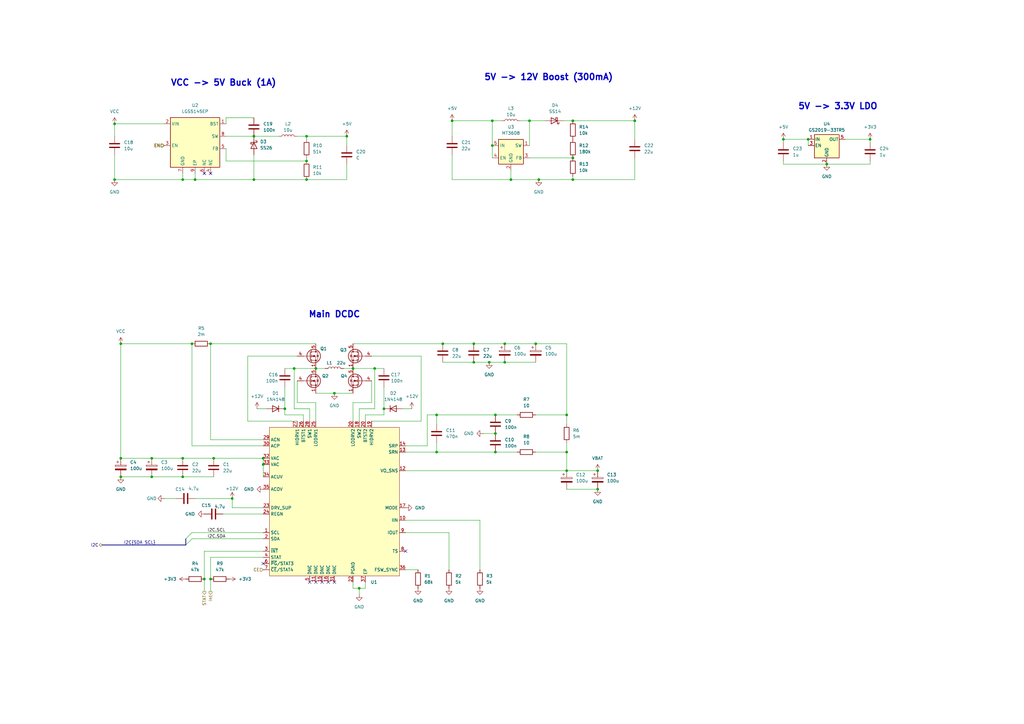
<source format=kicad_sch>
(kicad_sch (version 20250114) (generator "eeschema") (generator_version "9.0")
  (paper "A3")
  (lib_symbols
    (symbol "DCDC_custom:BQ25758"
      (property "Reference" "U" (at -0.254 31.75 0))
      (symbol "BQ25758_1_1"
        (rectangle (start -26.67 30.48) (end 26.67 -30.48) (fill (type background)))
        (pin input line (at -29.21 25.4 0) (length 2.54) (name "ACN") (number "29"))
        (pin input line (at -29.21 22.86 0) (length 2.54) (name "ACP") (number "30"))
        (pin power_in line (at -29.21 17.78 0) (length 2.54) (name "VAC") (number "32"))
        (pin power_in line (at -29.21 15.24 0) (length 2.54) (name "VAC") (number "33"))
        (pin input line (at -29.21 10.16 0) (length 2.54) (name "ACUV") (number "34"))
        (pin input line (at -29.21 5.08 0) (length 2.54) (name "ACOV") (number "35"))
        (pin power_in line (at -29.21 -2.54 0) (length 2.54) (name "DRV_SUP") (number "23"))
        (pin power_out line (at -29.21 -5.08 0) (length 2.54) (name "REGN") (number "24"))
        (pin input line (at -29.21 -12.7 0) (length 2.54) (name "SCL") (number "1"))
        (pin bidirectional line (at -29.21 -15.24 0) (length 2.54) (name "SDA") (number "2"))
        (pin open_collector line (at -29.21 -20.32 0) (length 2.54) (name "~{INT}") (number "3"))
        (pin open_collector line (at -29.21 -22.86 0) (length 2.54) (name "STAT") (number "4"))
        (pin open_collector line (at -29.21 -25.4 0) (length 2.54) (name "~{PG}/STAT3") (number "6"))
        (pin bidirectional line (at -29.21 -27.94 0) (length 2.54) (name "~{CE}/STAT4") (number "7"))
        (pin output line (at -15.24 33.02 270) (length 2.54) (name "HIDRV1") (number "27"))
        (pin power_in line (at -12.7 33.02 270) (length 2.54) (name "BTST1") (number "26"))
        (pin input line (at -10.16 33.02 270) (length 2.54) (name "SW1") (number "28"))
        (pin unspecified line (at -10.16 -33.02 90) (length 2.54) (name "DNC") (number "5"))
        (pin output line (at -7.62 33.02 270) (length 2.54) (name "LODRV1") (number "25"))
        (pin unspecified line (at -7.62 -33.02 90) (length 2.54) (name "DNC") (number "11"))
        (pin unspecified line (at -5.08 -33.02 90) (length 2.54) (name "DNC") (number "15"))
        (pin unspecified line (at -2.54 -33.02 90) (length 2.54) (name "DNC") (number "16"))
        (pin unspecified line (at 0 -33.02 90) (length 2.54) (name "DNC") (number "31"))
        (pin output line (at 7.62 33.02 270) (length 2.54) (name "LODRV2") (number "20"))
        (pin power_in line (at 7.62 -33.02 90) (length 2.54) (name "PGND") (number "22"))
        (pin input line (at 10.16 33.02 270) (length 2.54) (name "SW2") (number "18"))
        (pin power_in line (at 12.7 33.02 270) (length 2.54) (name "BTST2") (number "20"))
        (pin unspecified line (at 12.7 -33.02 90) (length 2.54) (name "EP") (number "37"))
        (pin output line (at 15.24 33.02 270) (length 2.54) (name "HIDRV2") (number "19"))
        (pin input line (at 29.21 22.86 180) (length 2.54) (name "SRP") (number "14"))
        (pin input line (at 29.21 20.32 180) (length 2.54) (name "SRN") (number "13"))
        (pin input line (at 29.21 12.7 180) (length 2.54) (name "VO_SNS") (number "12"))
        (pin input line (at 29.21 -2.54 180) (length 2.54) (name "MODE") (number "17"))
        (pin bidirectional line (at 29.21 -7.62 180) (length 2.54) (name "IIN") (number "10"))
        (pin bidirectional line (at 29.21 -12.7 180) (length 2.54) (name "IOUT") (number "9"))
        (pin input line (at 29.21 -20.32 180) (length 2.54) (name "TS") (number "8"))
        (pin input line (at 29.21 -27.94 180) (length 2.54) (name "FSW_SYNC") (number "36"))
      )
    )
    (symbol "Device:C" (pin_numbers (hide yes)) (pin_names (offset 0.254))
      (property "Reference" "C" (at 0.635 2.54 0))
      (property "Value" "C" (at 0.635 -2.54 0))
      (symbol "C_0_1"
        (polyline (pts (xy -2.032 0.762) (xy 2.032 0.762)) (stroke (width 0.508)))
        (polyline (pts (xy -2.032 -0.762) (xy 2.032 -0.762)) (stroke (width 0.508)))
      )
      (symbol "C_1_1"
        (pin passive line (at 0 3.81 270) (length 2.794) (name "~") (number "1"))
        (pin passive line (at 0 -3.81 90) (length 2.794) (name "~") (number "2"))
      )
    )
    (symbol "Device:C_Polarized" (pin_numbers (hide yes)) (pin_names (offset 0.254))
      (property "Reference" "C" (at 0.635 2.54 0))
      (property "Value" "C_Polarized" (at 0.635 -2.54 0))
      (symbol "C_Polarized_0_1"
        (rectangle (start -2.286 0.508) (end 2.286 1.016))
        (polyline (pts (xy -1.778 2.286) (xy -0.762 2.286)))
        (polyline (pts (xy -1.27 2.794) (xy -1.27 1.778)))
        (rectangle (start 2.286 -0.508) (end -2.286 -1.016) (fill (type outline)))
      )
      (symbol "C_Polarized_1_1"
        (pin passive line (at 0 3.81 270) (length 2.794) (name "~") (number "1"))
        (pin passive line (at 0 -3.81 90) (length 2.794) (name "~") (number "2"))
      )
    )
    (symbol "Device:L" (pin_numbers (hide yes)) (pin_names (offset 1.016) (hide yes))
      (property "Reference" "L" (at -1.27 0 90))
      (property "Value" "L" (at 1.905 0 90))
      (symbol "L_0_1"
        (arc (start 0 2.54) (mid 0.6323 1.905) (end 0 1.27))
        (arc (start 0 1.27) (mid 0.6323 0.635) (end 0 0))
        (arc (start 0 0) (mid 0.6323 -0.635) (end 0 -1.27))
        (arc (start 0 -1.27) (mid 0.6323 -1.905) (end 0 -2.54))
      )
      (symbol "L_1_1"
        (pin passive line (at 0 3.81 270) (length 1.27) (name "1") (number "1"))
        (pin passive line (at 0 -3.81 90) (length 1.27) (name "2") (number "2"))
      )
    )
    (symbol "Device:R" (pin_numbers (hide yes)) (pin_names (offset 0))
      (property "Reference" "R" (at 2.032 0 90))
      (property "Value" "R" (at 0 0 90))
      (symbol "R_0_1"
        (rectangle (start -1.016 -2.54) (end 1.016 2.54) (stroke (width 0.254)))
      )
      (symbol "R_1_1"
        (pin passive line (at 0 3.81 270) (length 1.27) (name "~") (number "1"))
        (pin passive line (at 0 -3.81 90) (length 1.27) (name "~") (number "2"))
      )
    )
    (symbol "Diode:1N4148" (pin_numbers (hide yes)) (pin_names (hide yes))
      (property "Reference" "D" (at 0 2.54 0))
      (property "Value" "1N4148" (at 0 -2.54 0))
      (symbol "1N4148_0_1"
        (polyline (pts (xy -1.27 1.27) (xy -1.27 -1.27)) (stroke (width 0.254)))
        (polyline (pts (xy 1.27 1.27) (xy 1.27 -1.27) (xy -1.27 0) (xy 1.27 1.27)) (stroke (width 0.254)))
        (polyline (pts (xy 1.27 0) (xy -1.27 0)))
      )
      (symbol "1N4148_1_1"
        (pin passive line (at -3.81 0 0) (length 2.54) (name "K") (number "1"))
        (pin passive line (at 3.81 0 180) (length 2.54) (name "A") (number "2"))
      )
    )
    (symbol "Diode:SS14" (pin_numbers (hide yes)) (pin_names (offset 1.016) (hide yes))
      (property "Reference" "D" (at 0 2.54 0))
      (property "Value" "SS14" (at 0 -2.54 0))
      (symbol "SS14_0_1"
        (polyline (pts (xy -1.905 0.635) (xy -1.905 1.27) (xy -1.27 1.27) (xy -1.27 -1.27) (xy -0.635 -1.27) (xy -0.635 -0.635)) (stroke (width 0.254)))
        (polyline (pts (xy 1.27 1.27) (xy 1.27 -1.27) (xy -1.27 0) (xy 1.27 1.27)) (stroke (width 0.254)))
        (polyline (pts (xy 1.27 0) (xy -1.27 0)))
      )
      (symbol "SS14_1_1"
        (pin passive line (at -3.81 0 0) (length 2.54) (name "K") (number "1"))
        (pin passive line (at 3.81 0 180) (length 2.54) (name "A") (number "2"))
      )
    )
    (symbol "Diode:SS26" (pin_numbers (hide yes)) (pin_names (offset 1.016) (hide yes))
      (property "Reference" "D" (at 0 2.54 0))
      (property "Value" "SS26" (at 0 -2.54 0))
      (symbol "SS26_0_1"
        (polyline (pts (xy -1.905 0.635) (xy -1.905 1.27) (xy -1.27 1.27) (xy -1.27 -1.27) (xy -0.635 -1.27) (xy -0.635 -0.635)) (stroke (width 0.254)))
        (polyline (pts (xy 1.27 1.27) (xy 1.27 -1.27) (xy -1.27 0) (xy 1.27 1.27)) (stroke (width 0.254)))
        (polyline (pts (xy 1.27 0) (xy -1.27 0)))
      )
      (symbol "SS26_1_1"
        (pin passive line (at -3.81 0 0) (length 2.54) (name "K") (number "1"))
        (pin passive line (at 3.81 0 180) (length 2.54) (name "A") (number "2"))
      )
    )
    (symbol "Regulator_Linear:TLV71209_SOT23-5" (pin_names (offset 0.254))
      (property "Reference" "U" (at -3.81 5.715 0))
      (property "Value" "TLV71209_SOT23-5" (at 0 5.715 0))
      (symbol "TLV71209_SOT23-5_0_1"
        (rectangle (start -5.08 4.445) (end 5.08 -5.08) (stroke (width 0.254)) (fill (type background)))
      )
      (symbol "TLV71209_SOT23-5_1_1"
        (pin power_in line (at -7.62 2.54 0) (length 2.54) (name "IN") (number "1"))
        (pin input line (at -7.62 0 0) (length 2.54) (name "EN") (number "3"))
        (pin power_in line (at 0 -7.62 90) (length 2.54) (name "GND") (number "2"))
        (pin no_connect line (at 5.08 0 180) (length 2.54) (hide yes) (name "NC") (number "4"))
        (pin power_out line (at 7.62 2.54 180) (length 2.54) (name "OUT") (number "5"))
      )
    )
    (symbol "Regulator_Switching:LM5164DDA"
      (property "Reference" "U2" (at 0 15.24 0))
      (property "Value" "LGS5145EP" (at 0 12.7 0))
      (symbol "LM5164DDA_1_1"
        (rectangle (start -10.16 10.16) (end 10.16 -10.16) (stroke (width 0.254)) (fill (type background)))
        (pin power_in line (at -12.7 7.62 0) (length 2.54) (name "VIN") (number "2"))
        (pin input line (at -12.7 -1.27 0) (length 2.54) (name "EN") (number "3"))
        (pin power_in line (at -5.08 -12.7 90) (length 2.54) (name "GND") (number "7"))
        (pin passive line (at 0 -12.7 90) (length 2.54) (name "EP") (number "9"))
        (pin no_connect line (at 3.81 -12.7 90) (length 2.54) (name "NC") (number "6"))
        (pin no_connect line (at 6.35 -12.7 90) (length 2.54) (name "NC") (number "4"))
        (pin passive line (at 12.7 7.62 180) (length 2.54) (name "BST") (number "1"))
        (pin power_out line (at 12.7 2.54 180) (length 2.54) (name "SW") (number "8"))
        (pin input line (at 12.7 -2.54 180) (length 2.54) (name "FB") (number "5"))
      )
    )
    (symbol "Regulator_Switching:MT3608"
      (property "Reference" "U" (at -2.54 8.89 0))
      (property "Value" "MT3608" (at -3.81 6.35 0))
      (symbol "MT3608_0_1"
        (rectangle (start -5.08 5.08) (end 5.08 -5.08) (stroke (width 0.254)) (fill (type background)))
      )
      (symbol "MT3608_1_1"
        (pin power_in line (at -7.62 2.54 0) (length 2.54) (name "IN") (number "5"))
        (pin input line (at -7.62 -2.54 0) (length 2.54) (name "EN") (number "4"))
        (pin power_in line (at 0 -7.62 90) (length 2.54) (name "GND") (number "2"))
        (pin no_connect line (at 5.08 0 180) (length 2.54) (hide yes) (name "NC") (number "6"))
        (pin passive line (at 7.62 2.54 180) (length 2.54) (name "SW") (number "1"))
        (pin input line (at 7.62 -2.54 180) (length 2.54) (name "FB") (number "3"))
      )
    )
    (symbol "Transistor_FET:CSD18533Q5A" (pin_names (hide yes))
      (property "Reference" "Q" (at 5.08 1.905 0))
      (property "Value" "CSD18533Q5A" (at 5.08 0 0))
      (symbol "CSD18533Q5A_0_1"
        (polyline (pts (xy 0.254 1.905) (xy 0.254 -1.905)) (stroke (width 0.254)))
        (polyline (pts (xy 0.254 0) (xy -2.54 0)))
        (polyline (pts (xy 0.762 2.286) (xy 0.762 1.27)) (stroke (width 0.254)))
        (polyline (pts (xy 0.762 0.508) (xy 0.762 -0.508)) (stroke (width 0.254)))
        (polyline (pts (xy 0.762 -1.27) (xy 0.762 -2.286)) (stroke (width 0.254)))
        (polyline (pts (xy 0.762 -1.778) (xy 3.302 -1.778) (xy 3.302 1.778) (xy 0.762 1.778)))
        (polyline (pts (xy 1.016 0) (xy 2.032 0.381) (xy 2.032 -0.381) (xy 1.016 0)) (fill (type outline)))
        (circle (center 1.651 0) (radius 2.794) (stroke (width 0.254)))
        (polyline (pts (xy 2.54 2.54) (xy 2.54 1.778)))
        (circle (center 2.54 1.778) (radius 0.254) (fill (type outline)))
        (circle (center 2.54 -1.778) (radius 0.254) (fill (type outline)))
        (polyline (pts (xy 2.54 -2.54) (xy 2.54 0) (xy 0.762 0)))
        (polyline (pts (xy 2.794 0.508) (xy 2.921 0.381) (xy 3.683 0.381) (xy 3.81 0.254)))
        (polyline (pts (xy 3.302 0.381) (xy 2.921 -0.254) (xy 3.683 -0.254) (xy 3.302 0.381)))
      )
      (symbol "CSD18533Q5A_1_1"
        (pin passive line (at -5.08 0 0) (length 2.54) (name "G") (number "4"))
        (pin passive line (at 2.54 5.08 270) (length 2.54) (name "D") (number "5"))
        (pin passive line (at 2.54 -5.08 90) (length 2.54) (name "S") (number "1"))
        (pin passive line (at 2.54 -5.08 90) (length 2.54) (hide yes) (name "S") (number "2"))
        (pin passive line (at 2.54 -5.08 90) (length 2.54) (hide yes) (name "S") (number "3"))
      )
    )
    (symbol "power:+12V" (power) (pin_numbers (hide yes)) (pin_names (offset 0) (hide yes))
      (property "Value" "+12V" (at 0 3.556 0))
      (symbol "+12V_0_1"
        (polyline (pts (xy -0.762 1.27) (xy 0 2.54)))
        (polyline (pts (xy 0 2.54) (xy 0.762 1.27)))
        (polyline (pts (xy 0 0) (xy 0 2.54)))
      )
      (symbol "+12V_1_1"
        (pin power_in line (at 0 0 90) (length 0) (name "~") (number "1"))
      )
    )
    (symbol "power:+3V3" (power) (pin_numbers (hide yes)) (pin_names (offset 0) (hide yes))
      (property "Value" "+3V3" (at 0 3.556 0))
      (symbol "+3V3_0_1"
        (polyline (pts (xy -0.762 1.27) (xy 0 2.54)))
        (polyline (pts (xy 0 2.54) (xy 0.762 1.27)))
        (polyline (pts (xy 0 0) (xy 0 2.54)))
      )
      (symbol "+3V3_1_1"
        (pin power_in line (at 0 0 90) (length 0) (name "~") (number "1"))
      )
    )
    (symbol "power:+5V" (power) (pin_numbers (hide yes)) (pin_names (offset 0) (hide yes))
      (property "Value" "+5V" (at 0 3.556 0))
      (symbol "+5V_0_1"
        (polyline (pts (xy -0.762 1.27) (xy 0 2.54)))
        (polyline (pts (xy 0 2.54) (xy 0.762 1.27)))
        (polyline (pts (xy 0 0) (xy 0 2.54)))
      )
      (symbol "+5V_1_1"
        (pin power_in line (at 0 0 90) (length 0) (name "~") (number "1"))
      )
    )
    (symbol "power:+BATT" (power) (pin_numbers (hide yes)) (pin_names (offset 0) (hide yes))
      (property "Value" "+BATT" (at 0 3.556 0))
      (symbol "+BATT_0_1"
        (polyline (pts (xy -0.762 1.27) (xy 0 2.54)))
        (polyline (pts (xy 0 2.54) (xy 0.762 1.27)))
        (polyline (pts (xy 0 0) (xy 0 2.54)))
      )
      (symbol "+BATT_1_1"
        (pin power_in line (at 0 0 90) (length 0) (name "~") (number "1"))
      )
    )
    (symbol "power:GND" (power) (pin_numbers (hide yes)) (pin_names (offset 0) (hide yes))
      (property "Value" "GND" (at 0 -3.81 0))
      (symbol "GND_0_1"
        (polyline (pts (xy 0 0) (xy 0 -1.27) (xy 1.27 -1.27) (xy 0 -2.54) (xy -1.27 -1.27) (xy 0 -1.27)))
      )
      (symbol "GND_1_1"
        (pin power_in line (at 0 0 270) (length 0) (name "~") (number "1"))
      )
    )
    (symbol "power:VCC" (power) (pin_numbers (hide yes)) (pin_names (offset 0) (hide yes))
      (property "Value" "VCC" (at 0 3.556 0))
      (symbol "VCC_0_1"
        (polyline (pts (xy -0.762 1.27) (xy 0 2.54)))
        (polyline (pts (xy 0 2.54) (xy 0.762 1.27)))
        (polyline (pts (xy 0 0) (xy 0 2.54)))
      )
      (symbol "VCC_1_1"
        (pin power_in line (at 0 0 90) (length 0) (name "~") (number "1"))
      )
    )
  )
  (text "5V -> 3.3V LDO" (at 343.662 43.688 0) (effects (font (size 2.54 2.54) (thickness 0.508) (bold yes))))
  (text "5V -> 12V Boost (300mA)" (at 225.044 31.75 0) (effects (font (size 2.54 2.54) (thickness 0.508) (bold yes))))
  (text "VCC -> 5V Buck (1A)" (at 91.694 34.036 0) (effects (font (size 2.54 2.54) (thickness 0.508) (bold yes))))
  (text "Main DCDC" (at 137.16 129.032 0) (effects (font (size 2.54 2.54) (thickness 0.508) (bold yes))))
  (junction (at 181.61 140.97))
  (junction (at 86.36 140.97))
  (junction (at 179.07 170.18))
  (junction (at 194.31 148.59))
  (junction (at 83.82 237.49))
  (junction (at 153.67 151.13))
  (junction (at 245.11 200.66))
  (junction (at 203.2 177.8))
  (junction (at 232.41 170.18))
  (junction (at 78.74 140.97))
  (junction (at 200.66 148.59))
  (junction (at 339.09 67.31))
  (junction (at 107.95 187.96))
  (junction (at 137.16 161.29))
  (junction (at 194.31 140.97))
  (junction (at 46.99 73.66))
  (junction (at 219.71 140.97))
  (junction (at 232.41 193.04))
  (junction (at 207.01 140.97))
  (junction (at 201.93 49.53))
  (junction (at 203.2 170.18))
  (junction (at 203.2 185.42))
  (junction (at 62.23 187.96))
  (junction (at 95.25 204.47))
  (junction (at 86.36 237.49))
  (junction (at 207.01 148.59))
  (junction (at 245.11 193.04))
  (junction (at 179.07 185.42))
  (junction (at 209.55 73.66))
  (junction (at 144.78 151.13))
  (junction (at 234.95 73.66))
  (junction (at 220.98 73.66))
  (junction (at 217.17 49.53))
  (junction (at 331.47 57.15))
  (junction (at 201.93 59.69))
  (junction (at 125.73 55.88))
  (junction (at 62.23 195.58))
  (junction (at 321.31 57.15))
  (junction (at 74.93 195.58))
  (junction (at 234.95 64.77))
  (junction (at 104.14 73.66))
  (junction (at 120.65 151.13))
  (junction (at 185.42 49.53))
  (junction (at 232.41 185.42))
  (junction (at 356.87 57.15))
  (junction (at 157.48 167.64))
  (junction (at 74.93 73.66))
  (junction (at 46.99 50.8))
  (junction (at 87.63 187.96))
  (junction (at 80.01 73.66))
  (junction (at 74.93 187.96))
  (junction (at 49.53 195.58))
  (junction (at 49.53 187.96))
  (junction (at 107.95 190.5))
  (junction (at 142.24 55.88))
  (junction (at 125.73 66.04))
  (junction (at 260.35 49.53))
  (junction (at 125.73 73.66))
  (junction (at 116.84 167.64))
  (junction (at 104.14 55.88))
  (junction (at 129.54 151.13))
  (junction (at 49.53 140.97))
  (junction (at 234.95 49.53))
  (junction (at 147.32 241.3))
  (no_connect (at 86.36 71.12))
  (no_connect (at 127 238.76))
  (no_connect (at 107.95 231.14))
  (no_connect (at 137.16 238.76))
  (no_connect (at 134.62 238.76))
  (no_connect (at 83.82 71.12))
  (no_connect (at 166.37 226.06))
  (no_connect (at 132.08 238.76))
  (no_connect (at 129.54 238.76))
  (bus_entry (at 76.2 220.98) (size 2.54 -2.54))
  (bus_entry (at 76.2 223.52) (size 2.54 -2.54))
  (wire (pts (xy 185.42 73.66) (xy 185.42 63.5)))
  (wire (pts (xy 356.87 58.42) (xy 356.87 57.15)))
  (wire (pts (xy 213.36 49.53) (xy 217.17 49.53)))
  (wire (pts (xy 125.73 64.77) (xy 125.73 66.04)))
  (wire (pts (xy 205.74 49.53) (xy 201.93 49.53)))
  (wire (pts (xy 92.71 55.88) (xy 104.14 55.88)))
  (wire (pts (xy 67.31 204.47) (xy 72.39 204.47)))
  (wire (pts (xy 116.84 167.64) (xy 116.84 170.18)))
  (wire (pts (xy 207.01 148.59) (xy 219.71 148.59)))
  (wire (pts (xy 78.74 140.97) (xy 78.74 182.88)))
  (wire (pts (xy 209.55 69.85) (xy 209.55 73.66)))
  (wire (pts (xy 217.17 64.77) (xy 234.95 64.77)))
  (wire (pts (xy 147.32 243.84) (xy 147.32 241.3)))
  (wire (pts (xy 137.16 161.29) (xy 144.78 161.29)))
  (wire (pts (xy 260.35 73.66) (xy 260.35 64.77)))
  (wire (pts (xy 201.93 49.53) (xy 201.93 59.69)))
  (wire (pts (xy 149.86 170.18) (xy 149.86 172.72)))
  (wire (pts (xy 157.48 170.18) (xy 149.86 170.18)))
  (wire (pts (xy 321.31 57.15) (xy 321.31 58.42)))
  (wire (pts (xy 104.14 73.66) (xy 125.73 73.66)))
  (wire (pts (xy 124.46 170.18) (xy 124.46 172.72)))
  (wire (pts (xy 166.37 185.42) (xy 179.07 185.42)))
  (wire (pts (xy 142.24 67.31) (xy 142.24 73.66)))
  (wire (pts (xy 165.1 167.64) (xy 168.91 167.64)))
  (wire (pts (xy 116.84 170.18) (xy 124.46 170.18)))
  (wire (pts (xy 179.07 170.18) (xy 203.2 170.18)))
  (wire (pts (xy 232.41 170.18) (xy 232.41 173.99)))
  (wire (pts (xy 331.47 57.15) (xy 331.47 59.69)))
  (wire (pts (xy 95.25 208.28) (xy 107.95 208.28)))
  (wire (pts (xy 120.65 167.64) (xy 120.65 151.13)))
  (wire (pts (xy 86.36 228.6) (xy 86.36 237.49)))
  (wire (pts (xy 194.31 140.97) (xy 207.01 140.97)))
  (wire (pts (xy 125.73 73.66) (xy 142.24 73.66)))
  (wire (pts (xy 220.98 73.66) (xy 209.55 73.66)))
  (wire (pts (xy 181.61 140.97) (xy 194.31 140.97)))
  (wire (pts (xy 172.72 172.72) (xy 152.4 172.72)))
  (wire (pts (xy 49.53 140.97) (xy 49.53 187.96)))
  (wire (pts (xy 74.93 195.58) (xy 87.63 195.58)))
  (wire (pts (xy 175.26 182.88) (xy 166.37 182.88)))
  (wire (pts (xy 209.55 73.66) (xy 185.42 73.66)))
  (wire (pts (xy 339.09 67.31) (xy 356.87 67.31)))
  (wire (pts (xy 356.87 67.31) (xy 356.87 66.04)))
  (wire (pts (xy 121.92 165.1) (xy 129.54 165.1)))
  (wire (pts (xy 260.35 57.15) (xy 260.35 49.53)))
  (wire (pts (xy 201.93 59.69) (xy 201.93 64.77)))
  (wire (pts (xy 121.92 156.21) (xy 121.92 165.1)))
  (wire (pts (xy 120.65 151.13) (xy 129.54 151.13)))
  (wire (pts (xy 152.4 156.21) (xy 152.4 165.1)))
  (wire (pts (xy 74.93 73.66) (xy 80.01 73.66)))
  (wire (pts (xy 232.41 181.61) (xy 232.41 185.42)))
  (wire (pts (xy 49.53 187.96) (xy 62.23 187.96)))
  (wire (pts (xy 129.54 151.13) (xy 133.35 151.13)))
  (wire (pts (xy 166.37 213.36) (xy 196.85 213.36)))
  (wire (pts (xy 127 172.72) (xy 127 167.64)))
  (wire (pts (xy 83.82 237.49) (xy 83.82 242.57)))
  (wire (pts (xy 86.36 180.34) (xy 107.95 180.34)))
  (wire (pts (xy 87.63 187.96) (xy 107.95 187.96)))
  (wire (pts (xy 172.72 146.05) (xy 172.72 172.72)))
  (wire (pts (xy 116.84 158.75) (xy 116.84 167.64)))
  (wire (pts (xy 101.6 146.05) (xy 101.6 172.72)))
  (wire (pts (xy 46.99 50.8) (xy 67.31 50.8)))
  (wire (pts (xy 152.4 146.05) (xy 172.72 146.05)))
  (wire (pts (xy 78.74 218.44) (xy 107.95 218.44)))
  (wire (pts (xy 175.26 182.88) (xy 175.26 170.18)))
  (wire (pts (xy 104.14 63.5) (xy 104.14 73.66)))
  (bus (pts (xy 41.91 223.52) (xy 76.2 223.52)))
  (wire (pts (xy 356.87 57.15) (xy 346.71 57.15)))
  (wire (pts (xy 234.95 73.66) (xy 234.95 72.39)))
  (wire (pts (xy 83.82 226.06) (xy 83.82 237.49)))
  (wire (pts (xy 140.97 151.13) (xy 144.78 151.13)))
  (wire (pts (xy 157.48 158.75) (xy 157.48 167.64)))
  (wire (pts (xy 232.41 140.97) (xy 232.41 170.18)))
  (wire (pts (xy 147.32 172.72) (xy 147.32 167.64)))
  (wire (pts (xy 104.14 55.88) (xy 114.3 55.88)))
  (wire (pts (xy 217.17 49.53) (xy 217.17 59.69)))
  (wire (pts (xy 105.41 167.64) (xy 109.22 167.64)))
  (wire (pts (xy 80.01 204.47) (xy 95.25 204.47)))
  (wire (pts (xy 219.71 185.42) (xy 232.41 185.42)))
  (wire (pts (xy 125.73 57.15) (xy 125.73 55.88)))
  (wire (pts (xy 144.78 241.3) (xy 147.32 241.3)))
  (wire (pts (xy 185.42 49.53) (xy 201.93 49.53)))
  (wire (pts (xy 152.4 165.1) (xy 144.78 165.1)))
  (wire (pts (xy 107.95 187.96) (xy 107.95 190.5)))
  (wire (pts (xy 175.26 170.18) (xy 179.07 170.18)))
  (bus (pts (xy 76.2 220.98) (xy 76.2 223.52)))
  (wire (pts (xy 92.71 66.04) (xy 125.73 66.04)))
  (wire (pts (xy 184.15 218.44) (xy 184.15 233.68)))
  (wire (pts (xy 129.54 161.29) (xy 137.16 161.29)))
  (wire (pts (xy 166.37 193.04) (xy 232.41 193.04)))
  (wire (pts (xy 194.31 148.59) (xy 200.66 148.59)))
  (wire (pts (xy 116.84 151.13) (xy 120.65 151.13)))
  (wire (pts (xy 203.2 170.18) (xy 212.09 170.18)))
  (wire (pts (xy 92.71 48.26) (xy 92.71 50.8)))
  (wire (pts (xy 149.86 241.3) (xy 147.32 241.3)))
  (wire (pts (xy 234.95 73.66) (xy 260.35 73.66)))
  (wire (pts (xy 127 167.64) (xy 120.65 167.64)))
  (wire (pts (xy 121.92 146.05) (xy 101.6 146.05)))
  (wire (pts (xy 142.24 59.69) (xy 142.24 55.88)))
  (wire (pts (xy 107.95 228.6) (xy 86.36 228.6)))
  (wire (pts (xy 46.99 55.88) (xy 46.99 50.8)))
  (wire (pts (xy 46.99 63.5) (xy 46.99 73.66)))
  (wire (pts (xy 125.73 55.88) (xy 142.24 55.88)))
  (wire (pts (xy 234.95 73.66) (xy 220.98 73.66)))
  (wire (pts (xy 181.61 148.59) (xy 194.31 148.59)))
  (wire (pts (xy 207.01 140.97) (xy 219.71 140.97)))
  (wire (pts (xy 74.93 73.66) (xy 74.93 71.12)))
  (wire (pts (xy 153.67 151.13) (xy 157.48 151.13)))
  (wire (pts (xy 321.31 66.04) (xy 321.31 67.31)))
  (wire (pts (xy 185.42 55.88) (xy 185.42 49.53)))
  (wire (pts (xy 80.01 73.66) (xy 104.14 73.66)))
  (wire (pts (xy 78.74 182.88) (xy 107.95 182.88)))
  (wire (pts (xy 144.78 241.3) (xy 144.78 238.76)))
  (wire (pts (xy 196.85 213.36) (xy 196.85 233.68)))
  (wire (pts (xy 153.67 151.13) (xy 153.67 167.64)))
  (wire (pts (xy 62.23 195.58) (xy 74.93 195.58)))
  (wire (pts (xy 198.12 177.8) (xy 203.2 177.8)))
  (wire (pts (xy 129.54 165.1) (xy 129.54 172.72)))
  (wire (pts (xy 92.71 48.26) (xy 104.14 48.26)))
  (wire (pts (xy 62.23 187.96) (xy 74.93 187.96)))
  (wire (pts (xy 179.07 170.18) (xy 179.07 173.99)))
  (wire (pts (xy 46.99 73.66) (xy 74.93 73.66)))
  (wire (pts (xy 157.48 167.64) (xy 157.48 170.18)))
  (wire (pts (xy 149.86 241.3) (xy 149.86 238.76)))
  (wire (pts (xy 86.36 140.97) (xy 86.36 180.34)))
  (wire (pts (xy 129.54 140.97) (xy 86.36 140.97)))
  (wire (pts (xy 219.71 170.18) (xy 232.41 170.18)))
  (wire (pts (xy 321.31 67.31) (xy 339.09 67.31)))
  (wire (pts (xy 219.71 140.97) (xy 232.41 140.97)))
  (wire (pts (xy 91.44 210.82) (xy 107.95 210.82)))
  (wire (pts (xy 231.14 49.53) (xy 234.95 49.53)))
  (wire (pts (xy 203.2 185.42) (xy 212.09 185.42)))
  (wire (pts (xy 78.74 140.97) (xy 49.53 140.97)))
  (wire (pts (xy 74.93 187.96) (xy 87.63 187.96)))
  (wire (pts (xy 86.36 237.49) (xy 86.36 242.57)))
  (wire (pts (xy 95.25 204.47) (xy 95.25 208.28)))
  (wire (pts (xy 144.78 165.1) (xy 144.78 172.72)))
  (wire (pts (xy 92.71 60.96) (xy 92.71 66.04)))
  (wire (pts (xy 232.41 193.04) (xy 245.11 193.04)))
  (wire (pts (xy 107.95 190.5) (xy 107.95 195.58)))
  (wire (pts (xy 179.07 185.42) (xy 203.2 185.42)))
  (wire (pts (xy 101.6 172.72) (xy 121.92 172.72)))
  (wire (pts (xy 147.32 167.64) (xy 153.67 167.64)))
  (wire (pts (xy 260.35 49.53) (xy 234.95 49.53)))
  (wire (pts (xy 166.37 233.68) (xy 171.45 233.68)))
  (wire (pts (xy 121.92 55.88) (xy 125.73 55.88)))
  (wire (pts (xy 80.01 73.66) (xy 80.01 71.12)))
  (wire (pts (xy 321.31 57.15) (xy 331.47 57.15)))
  (wire (pts (xy 232.41 185.42) (xy 232.41 193.04)))
  (wire (pts (xy 78.74 220.98) (xy 107.95 220.98)))
  (wire (pts (xy 232.41 200.66) (xy 245.11 200.66)))
  (wire (pts (xy 49.53 195.58) (xy 62.23 195.58)))
  (wire (pts (xy 153.67 151.13) (xy 144.78 151.13)))
  (wire (pts (xy 144.78 140.97) (xy 181.61 140.97)))
  (wire (pts (xy 217.17 49.53) (xy 223.52 49.53)))
  (wire (pts (xy 166.37 218.44) (xy 184.15 218.44)))
  (wire (pts (xy 200.66 148.59) (xy 207.01 148.59)))
  (wire (pts (xy 179.07 181.61) (xy 179.07 185.42)))
  (wire (pts (xy 107.95 226.06) (xy 83.82 226.06)))
  (label "I2C.SDA" (at 85.09 220.98 0))
  (label "I2C.SCL" (at 85.09 218.44 0))
  (label "I2C{SDA SCL}" (at 50.8 223.52 0))
  (hierarchical_label "Int" (shape output) (at 86.36 242.57 270))
  (hierarchical_label "I2C" (shape bidirectional) (at 41.91 223.52 180))
  (hierarchical_label "STAT" (shape output) (at 83.82 242.57 270))
  (hierarchical_label "EN" (shape input) (at 67.31 59.69 180) (effects (font (thickness 0.254) (bold yes))))
  (hierarchical_label "CE" (shape input) (at 107.95 233.68 180))
  (symbol (lib_id "DCDC_custom:BQ25758") (at 137.16 205.74 0) (unit 1)
    (property "Reference" "U1" (at 152.0033 238.76 0) (effects (justify left)))
    (property "Footprint" "DCDC_custom:QFN-36_EP_5x6_Pitch0.5mm" (effects (hide yes)))
  )
  (symbol (lib_id "Regulator_Switching:LM5164DDA") (at 80.01 58.42 0) (unit 1)
    (property "Reference" "U2" (at 80.01 43.18 0))
    (property "Value" "LGS5145EP" (at 80.01 45.72 0))
    (property "Footprint" "Package_SO:HSOP-8-1EP_3.9x4.9mm_P1.27mm_EP2.41x3.1mm_ThermalVias" (effects (hide yes)))
    (property "Datasheet" "https://www.lcsc.com/datasheet/lcsc_datasheet_2407221612_Legend-Si-LGS5145EP_C22470481.pdf" (effects (hide yes)))
    (property "Description" "1A synchronous buck converter with ultra-low IQ, 6V - 100V input, adjustable output voltage, HSOP-8" (effects (hide yes)))
  )
  (symbol (lib_id "power:GND") (at 184.15 241.3 0) (unit 1)
    (property "Reference" "#PWR05" (effects (hide yes)))
    (property "Value" "GND" (at 184.15 246.38 0))
    (property "Description" "Power symbol creates a global label with name \"GND\" , ground" (effects (hide yes)))
  )
  (symbol (lib_id "power:GND") (at 245.11 200.66 0) (unit 1)
    (property "Reference" "#PWR011" (effects (hide yes)))
    (property "Value" "GND" (at 245.11 205.74 0))
    (property "Description" "Power symbol creates a global label with name \"GND\" , ground" (effects (hide yes)))
  )
  (symbol (lib_id "Device:L") (at 118.11 55.88 90) (unit 1)
    (property "Reference" "L2" (at 118.11 50.8 90))
    (property "Value" "10u" (at 118.11 53.34 90))
    (property "Description" "Inductor" (effects (hide yes)))
  )
  (symbol (lib_id "Regulator_Switching:MT3608") (at 209.55 62.23 0) (unit 1)
    (property "Reference" "U3" (at 209.55 52.07 0))
    (property "Value" "MT3608" (at 209.55 54.61 0))
    (property "Footprint" "Package_TO_SOT_SMD:SOT-23-6" (effects (hide yes)))
    (property "Datasheet" "https://www.olimex.com/Products/Breadboarding/BB-PWR-3608/resources/MT3608.pdf" (effects (hide yes)))
    (property "Description" "High Efficiency 1.2MHz 2A Step Up Converter, 2-24V Vin, 28V Vout, 4A current limit, 1.2MHz, SOT23-6" (effects (hide yes)))
  )
  (symbol (lib_id "Device:C") (at 181.61 144.78 0) (unit 1)
    (property "Reference" "C8" (at 185.42 143.5099 0) (effects (justify left)))
    (property "Value" "22u" (at 185.42 146.0499 0) (effects (justify left)))
    (property "Description" "Unpolarized capacitor" (effects (hide yes)))
  )
  (symbol (lib_id "Device:C") (at 116.84 154.94 0) (mirror y) (unit 1)
    (property "Reference" "C16" (at 114.046 153.67 0) (effects (justify left)))
    (property "Value" "100n" (at 114.046 156.21 0) (effects (justify left)))
    (property "Description" "Unpolarized capacitor" (effects (hide yes)))
  )
  (symbol (lib_id "Device:C") (at 76.2 204.47 270) (unit 1)
    (property "Reference" "C14" (at 71.882 200.66 90) (effects (justify left)))
    (property "Value" "4.7u" (at 77.216 200.406 90) (effects (justify left)))
    (property "Description" "Unpolarized capacitor" (effects (hide yes)))
  )
  (symbol (lib_id "Device:C") (at 87.63 191.77 0) (unit 1)
    (property "Reference" "C1" (at 91.44 190.4999 0) (effects (justify left)))
    (property "Value" "22u" (at 91.44 193.0399 0) (effects (justify left)))
    (property "Description" "Unpolarized capacitor" (effects (hide yes)))
  )
  (symbol (lib_id "Device:R") (at 234.95 53.34 0) (unit 1)
    (property "Reference" "R14" (at 237.49 52.0699 0) (effects (justify left)))
    (property "Value" "10k" (at 237.49 54.6099 0) (effects (justify left)))
    (property "Footprint" "Resistor_SMD:R_0603_1608Metric" (effects (hide yes)))
    (property "Description" "Resistor" (effects (hide yes)))
  )
  (symbol (lib_id "power:GND") (at 220.98 73.66 0) (unit 1)
    (property "Reference" "#PWR032" (effects (hide yes)))
    (property "Value" "GND" (at 220.98 78.74 0))
    (property "Description" "Power symbol creates a global label with name \"GND\" , ground" (effects (hide yes)))
  )
  (symbol (lib_id "Device:R") (at 90.17 237.49 90) (unit 1)
    (property "Reference" "R9" (at 90.17 231.14 90))
    (property "Value" "47k" (at 90.17 233.68 90))
    (property "Footprint" "Resistor_SMD:R_0603_1608Metric" (effects (hide yes)))
    (property "Description" "Resistor" (effects (hide yes)))
  )
  (symbol (lib_id "Device:R") (at 184.15 237.49 0) (unit 1)
    (property "Reference" "R2" (at 186.69 236.2199 0) (effects (justify left)))
    (property "Value" "5k" (at 186.69 238.7599 0) (effects (justify left)))
    (property "Footprint" "Resistor_SMD:R_0603_1608Metric" (effects (hide yes)))
    (property "Description" "Resistor" (effects (hide yes)))
  )
  (symbol (lib_id "Transistor_FET:CSD18533Q5A") (at 147.32 146.05 0) (mirror y) (unit 1)
    (property "Reference" "Q3" (at 142.24 143.51 0) (effects (justify left)))
    (property "Value" "CSD18533Q5A" (effects (hide yes)))
    (property "Footprint" "Package_TO_SOT_SMD:TDSON-8-1" (effects (hide yes)))
    (property "Datasheet" "http://www.ti.com/lit/gpn/csd18533q5a" (effects (hide yes)))
    (property "Description" "100A Id, 60V Vds, NexFET N-Channel Power MOSFET, 5.9mOhm Ron, 29nC Qg(typ), SON8 5x6mm" (effects (hide yes)))
  )
  (symbol (lib_id "Regulator_Linear:TLV71209_SOT23-5") (at 339.09 59.69 0) (unit 1)
    (property "Reference" "U4" (at 339.09 50.8 0))
    (property "Value" "GS2019-33TR5" (at 339.09 53.34 0))
    (property "Footprint" "Package_TO_SOT_SMD:SOT-23-5" (effects (hide yes)))
    (property "Datasheet" "http://www.ti.com/lit/ds/symlink/tlv712.pdf" (effects (hide yes)))
    (property "Description" "300mA Low Dropout Voltage Regulator, Fixed Output 0.9V, SOT-23-5" (effects (hide yes)))
  )
  (symbol (lib_id "Diode:SS14") (at 227.33 49.53 180) (unit 1)
    (property "Reference" "D4" (at 227.6475 43.18 0))
    (property "Value" "SS14" (at 227.6475 45.72 0))
    (property "Footprint" "Diode_SMD:D_SMA" (effects (hide yes)))
    (property "Datasheet" "https://www.vishay.com/docs/88746/ss12.pdf" (effects (hide yes)))
    (property "Description" "40V 1A Schottky Diode, SMA" (effects (hide yes)))
  )
  (symbol (lib_id "Device:C_Polarized") (at 245.11 196.85 0) (unit 1)
    (property "Reference" "C13" (at 248.92 194.6909 0) (effects (justify left)))
    (property "Value" "100u" (at 248.92 197.2309 0) (effects (justify left)))
    (property "Description" "Polarized capacitor" (effects (hide yes)))
  )
  (symbol (lib_id "Device:C") (at 74.93 191.77 0) (unit 1)
    (property "Reference" "C2" (at 78.74 190.4999 0) (effects (justify left)))
    (property "Value" "22u" (at 78.74 193.0399 0) (effects (justify left)))
    (property "Description" "Unpolarized capacitor" (effects (hide yes)))
  )
  (symbol (lib_id "power:+5V") (at 321.31 57.15 0) (unit 1)
    (property "Reference" "#PWR030" (effects (hide yes)))
    (property "Value" "+5V" (at 321.31 52.07 0))
    (property "Description" "Power symbol creates a global label with name \"+5V\"" (effects (hide yes)))
  )
  (symbol (lib_id "power:GND") (at 107.95 200.66 270) (unit 1)
    (property "Reference" "#PWR08" (effects (hide yes)))
    (property "Value" "GND" (at 104.14 200.6599 90) (effects (justify right)))
    (property "Description" "Power symbol creates a global label with name \"GND\" , ground" (effects (hide yes)))
  )
  (symbol (lib_id "Device:C") (at 194.31 144.78 0) (unit 1)
    (property "Reference" "C7" (at 198.12 143.5099 0) (effects (justify left)))
    (property "Value" "22u" (at 198.12 146.0499 0) (effects (justify left)))
    (property "Description" "Unpolarized capacitor" (effects (hide yes)))
  )
  (symbol (lib_id "Device:L") (at 209.55 49.53 90) (unit 1)
    (property "Reference" "L3" (at 209.55 44.45 90))
    (property "Value" "10u" (at 209.55 46.99 90))
    (property "Description" "Inductor" (effects (hide yes)))
  )
  (symbol (lib_id "power:+12V") (at 95.25 204.47 0) (unit 1)
    (property "Reference" "#PWR015" (effects (hide yes)))
    (property "Value" "+12V" (at 92.456 200.406 0) (effects (justify left)))
    (property "Description" "Power symbol creates a global label with name \"+12V\"" (effects (hide yes)))
  )
  (symbol (lib_id "Device:C") (at 87.63 210.82 90) (unit 1)
    (property "Reference" "C15" (at 84.582 207.264 90))
    (property "Value" "4.7u" (at 90.17 207.772 90))
    (property "Description" "Unpolarized capacitor" (effects (hide yes)))
  )
  (symbol (lib_id "Device:R") (at 234.95 60.96 0) (unit 1)
    (property "Reference" "R12" (at 237.49 59.6899 0) (effects (justify left)))
    (property "Value" "180k" (at 237.49 62.2299 0) (effects (justify left)))
    (property "Footprint" "Resistor_SMD:R_0603_1608Metric" (effects (hide yes)))
    (property "Description" "Resistor" (effects (hide yes)))
  )
  (symbol (lib_id "Device:C_Polarized") (at 207.01 144.78 0) (unit 1)
    (property "Reference" "C6" (at 210.82 142.6209 0) (effects (justify left)))
    (property "Value" "100u" (at 210.82 145.1609 0) (effects (justify left)))
    (property "Description" "Polarized capacitor" (effects (hide yes)))
  )
  (symbol (lib_id "power:+BATT") (at 245.11 193.04 0) (unit 1)
    (property "Reference" "#PWR013" (effects (hide yes)))
    (property "Value" "VBAT" (at 245.11 187.96 0))
    (property "Description" "Power symbol creates a global label with name \"+BATT\"" (effects (hide yes)))
  )
  (symbol (lib_id "Transistor_FET:CSD18533Q5A") (at 147.32 156.21 0) (mirror y) (unit 1)
    (property "Reference" "Q4" (at 142.494 154.178 0) (effects (justify left)))
    (property "Value" "CSD18533Q5A" (effects (hide yes)))
    (property "Footprint" "Package_TO_SOT_SMD:TDSON-8-1" (effects (hide yes)))
    (property "Datasheet" "http://www.ti.com/lit/gpn/csd18533q5a" (effects (hide yes)))
    (property "Description" "100A Id, 60V Vds, NexFET N-Channel Power MOSFET, 5.9mOhm Ron, 29nC Qg(typ), SON8 5x6mm" (effects (hide yes)))
  )
  (symbol (lib_id "power:GND") (at 171.45 241.3 0) (unit 1)
    (property "Reference" "#PWR04" (effects (hide yes)))
    (property "Value" "GND" (at 171.45 246.38 0))
    (property "Description" "Power symbol creates a global label with name \"GND\" , ground" (effects (hide yes)))
  )
  (symbol (lib_id "power:+5V") (at 142.24 55.88 0) (unit 1)
    (property "Reference" "#PWR026" (effects (hide yes)))
    (property "Value" "+5V" (at 142.24 50.8 0))
    (property "Description" "Power symbol creates a global label with name \"+5V\"" (effects (hide yes)))
  )
  (symbol (lib_id "power:GND") (at 198.12 177.8 270) (unit 1)
    (property "Reference" "#PWR012" (effects (hide yes)))
    (property "Value" "GND" (at 194.31 177.7999 90) (effects (justify right)))
    (property "Description" "Power symbol creates a global label with name \"GND\" , ground" (effects (hide yes)))
  )
  (symbol (lib_id "power:GND") (at 147.32 243.84 0) (unit 1)
    (property "Reference" "#PWR03" (effects (hide yes)))
    (property "Value" "GND" (at 147.32 248.92 0))
    (property "Description" "Power symbol creates a global label with name \"GND\" , ground" (effects (hide yes)))
  )
  (symbol (lib_id "Device:R") (at 171.45 237.49 0) (unit 1)
    (property "Reference" "R1" (at 173.99 236.2199 0) (effects (justify left)))
    (property "Value" "68k" (at 173.99 238.7599 0) (effects (justify left)))
    (property "Footprint" "Resistor_SMD:R_0603_1608Metric" (effects (hide yes)))
    (property "Description" "Resistor" (effects (hide yes)))
  )
  (symbol (lib_id "Diode:1N4148") (at 161.29 167.64 0) (unit 1)
    (property "Reference" "D2" (at 161.29 161.29 0))
    (property "Value" "1N4148" (at 161.29 163.83 0))
    (property "Footprint" "Diode_THT:D_DO-35_SOD27_P7.62mm_Horizontal" (effects (hide yes)))
    (property "Datasheet" "https://assets.nexperia.com/documents/data-sheet/1N4148_1N4448.pdf" (effects (hide yes)))
    (property "Description" "100V 0.15A standard switching diode, DO-35" (effects (hide yes)))
    (property "Sim.Device" "D" (effects (hide yes)))
    (property "Sim.Pins" "1=K 2=A" (effects (hide yes)))
  )
  (symbol (lib_id "power:VCC") (at 49.53 140.97 0) (unit 1)
    (property "Reference" "#PWR010" (effects (hide yes)))
    (property "Value" "VCC" (at 49.53 135.89 0))
    (property "Description" "Power symbol creates a global label with name \"VCC\"" (effects (hide yes)))
  )
  (symbol (lib_id "Diode:SS26") (at 104.14 59.69 270) (unit 1)
    (property "Reference" "D3" (at 106.68 58.1024 90) (effects (justify left)))
    (property "Value" "SS26" (at 106.68 60.6424 90) (effects (justify left)))
    (property "Footprint" "Diode_SMD:D_SMA" (effects (hide yes)))
    (property "Datasheet" "https://www.vishay.com/docs/88748/ss22.pdf" (effects (hide yes)))
    (property "Description" "60V 2A Schottky Diode, SMA" (effects (hide yes)))
  )
  (symbol (lib_id "Device:C") (at 142.24 63.5 0) (unit 1)
    (property "Reference" "C20" (at 146.05 62.2299 0) (effects (justify left)))
    (property "Value" "C" (at 146.05 64.7699 0) (effects (justify left)))
    (property "Footprint" "Capacitor_SMD:C_0603_1608Metric" (effects (hide yes)))
    (property "Description" "Unpolarized capacitor" (effects (hide yes)))
  )
  (symbol (lib_id "power:+12V") (at 260.35 49.53 0) (unit 1)
    (property "Reference" "#PWR035" (effects (hide yes)))
    (property "Value" "+12V" (at 260.35 44.45 0))
    (property "Description" "Power symbol creates a global label with name \"+12V\"" (effects (hide yes)))
  )
  (symbol (lib_id "power:GND") (at 49.53 195.58 0) (unit 1)
    (property "Reference" "#PWR09" (effects (hide yes)))
    (property "Value" "GND" (at 49.53 200.66 0))
    (property "Description" "Power symbol creates a global label with name \"GND\" , ground" (effects (hide yes)))
  )
  (symbol (lib_id "power:+3V3") (at 356.87 57.15 0) (unit 1)
    (property "Reference" "#PWR033" (effects (hide yes)))
    (property "Value" "+3V3" (at 356.87 52.07 0))
    (property "Description" "Power symbol creates a global label with name \"+3V3\"" (effects (hide yes)))
  )
  (symbol (lib_id "Device:C") (at 185.42 59.69 0) (unit 1)
    (property "Reference" "C21" (at 189.23 58.4199 0) (effects (justify left)))
    (property "Value" "22u" (at 189.23 60.9599 0) (effects (justify left)))
    (property "Description" "Unpolarized capacitor" (effects (hide yes)))
  )
  (symbol (lib_id "Device:C_Polarized") (at 49.53 191.77 0) (unit 1)
    (property "Reference" "C4" (at 53.34 189.6109 0) (effects (justify left)))
    (property "Value" "100u" (at 53.34 192.1509 0) (effects (justify left)))
    (property "Description" "Polarized capacitor" (effects (hide yes)))
  )
  (symbol (lib_id "Device:C") (at 203.2 173.99 0) (unit 1)
    (property "Reference" "C9" (at 207.01 172.7199 0) (effects (justify left)))
    (property "Value" "100n" (at 207.01 175.2599 0) (effects (justify left)))
    (property "Footprint" "Capacitor_SMD:C_0603_1608Metric" (effects (hide yes)))
    (property "Description" "Unpolarized capacitor" (effects (hide yes)))
  )
  (symbol (lib_id "power:+3V3") (at 93.98 237.49 270) (unit 1)
    (property "Reference" "#PWR021" (effects (hide yes)))
    (property "Value" "+3V3" (at 97.79 237.4899 90) (effects (justify left)))
    (property "Description" "Power symbol creates a global label with name \"+3V3\"" (effects (hide yes)))
  )
  (symbol (lib_id "Device:C") (at 179.07 177.8 0) (unit 1)
    (property "Reference" "C11" (at 182.88 176.5299 0) (effects (justify left)))
    (property "Value" "470n" (at 182.88 179.0699 0) (effects (justify left)))
    (property "Footprint" "Capacitor_SMD:C_0603_1608Metric" (effects (hide yes)))
    (property "Description" "Unpolarized capacitor" (effects (hide yes)))
  )
  (symbol (lib_id "Device:L") (at 137.16 151.13 90) (unit 1)
    (property "Reference" "L1" (at 135.128 148.844 90))
    (property "Value" "22u" (at 139.954 148.844 90))
    (property "Description" "Inductor" (effects (hide yes)))
  )
  (symbol (lib_id "Device:C_Polarized") (at 219.71 144.78 0) (unit 1)
    (property "Reference" "C5" (at 223.52 142.6209 0) (effects (justify left)))
    (property "Value" "100u" (at 223.52 145.1609 0) (effects (justify left)))
    (property "Description" "Polarized capacitor" (effects (hide yes)))
  )
  (symbol (lib_id "power:GND") (at 166.37 208.28 90) (unit 1)
    (property "Reference" "#PWR07" (effects (hide yes)))
    (property "Value" "GND" (at 170.18 208.2799 90) (effects (justify right)))
    (property "Description" "Power symbol creates a global label with name \"GND\" , ground" (effects (hide yes)))
  )
  (symbol (lib_id "power:GND") (at 200.66 148.59 0) (unit 1)
    (property "Reference" "#PWR014" (effects (hide yes)))
    (property "Value" "GND" (at 200.66 153.67 0))
    (property "Description" "Power symbol creates a global label with name \"GND\" , ground" (effects (hide yes)))
  )
  (symbol (lib_id "power:VCC") (at 46.99 50.8 0) (unit 1)
    (property "Reference" "#PWR023" (effects (hide yes)))
    (property "Value" "VCC" (at 46.99 45.72 0))
    (property "Description" "Power symbol creates a global label with name \"VCC\"" (effects (hide yes)))
  )
  (symbol (lib_id "Device:R") (at 232.41 177.8 0) (unit 1)
    (property "Reference" "R6" (at 234.95 176.5299 0) (effects (justify left)))
    (property "Value" "5m" (at 234.95 179.0699 0) (effects (justify left)))
    (property "Footprint" "Resistor_SMD:R_0805_2012Metric" (effects (hide yes)))
    (property "Description" "Resistor" (effects (hide yes)))
  )
  (symbol (lib_id "Device:R") (at 125.73 60.96 0) (unit 1)
    (property "Reference" "R10" (at 128.27 59.6899 0) (effects (justify left)))
    (property "Value" "51k" (at 128.27 62.2299 0) (effects (justify left)))
    (property "Footprint" "Resistor_SMD:R_0603_1608Metric" (effects (hide yes)))
    (property "Description" "Resistor" (effects (hide yes)))
  )
  (symbol (lib_id "Device:C") (at 203.2 181.61 0) (unit 1)
    (property "Reference" "C10" (at 207.01 180.3399 0) (effects (justify left)))
    (property "Value" "100n" (at 207.01 182.8799 0) (effects (justify left)))
    (property "Footprint" "Capacitor_SMD:C_0603_1608Metric" (effects (hide yes)))
    (property "Description" "Unpolarized capacitor" (effects (hide yes)))
  )
  (symbol (lib_id "Transistor_FET:CSD18533Q5A") (at 127 146.05 0) (unit 1)
    (property "Reference" "Q1" (at 131.318 143.002 0) (effects (justify left)))
    (property "Value" "CSD18533Q5A" (effects (hide yes)))
    (property "Footprint" "Package_TO_SOT_SMD:TDSON-8-1" (effects (hide yes)))
    (property "Datasheet" "http://www.ti.com/lit/gpn/csd18533q5a" (effects (hide yes)))
    (property "Description" "100A Id, 60V Vds, NexFET N-Channel Power MOSFET, 5.9mOhm Ron, 29nC Qg(typ), SON8 5x6mm" (effects (hide yes)))
  )
  (symbol (lib_id "power:+12V") (at 168.91 167.64 0) (unit 1)
    (property "Reference" "#PWR019" (effects (hide yes)))
    (property "Value" "+12V" (at 168.91 162.56 0))
    (property "Description" "Power symbol creates a global label with name \"+12V\"" (effects (hide yes)))
  )
  (symbol (lib_id "power:+12V") (at 105.41 167.64 0) (unit 1)
    (property "Reference" "#PWR020" (effects (hide yes)))
    (property "Value" "+12V" (at 105.41 162.56 0))
    (property "Description" "Power symbol creates a global label with name \"+12V\"" (effects (hide yes)))
  )
  (symbol (lib_id "power:+3V3") (at 76.2 237.49 90) (unit 1)
    (property "Reference" "#PWR022" (effects (hide yes)))
    (property "Value" "+3V3" (at 72.39 237.4899 90) (effects (justify left)))
    (property "Description" "Power symbol creates a global label with name \"+3V3\"" (effects (hide yes)))
  )
  (symbol (lib_id "Device:R") (at 215.9 185.42 90) (unit 1)
    (property "Reference" "R8" (at 215.9 179.07 90))
    (property "Value" "10" (at 215.9 181.61 90))
    (property "Footprint" "Resistor_SMD:R_0603_1608Metric" (effects (hide yes)))
    (property "Description" "Resistor" (effects (hide yes)))
  )
  (symbol (lib_id "Diode:1N4148") (at 113.03 167.64 180) (unit 1)
    (property "Reference" "D1" (at 113.03 161.29 0))
    (property "Value" "1N4148" (at 113.03 163.83 0))
    (property "Footprint" "Diode_THT:D_DO-35_SOD27_P7.62mm_Horizontal" (effects (hide yes)))
    (property "Datasheet" "https://assets.nexperia.com/documents/data-sheet/1N4148_1N4448.pdf" (effects (hide yes)))
    (property "Description" "100V 0.15A standard switching diode, DO-35" (effects (hide yes)))
    (property "Sim.Device" "D" (effects (hide yes)))
    (property "Sim.Pins" "1=K 2=A" (effects (hide yes)))
  )
  (symbol (lib_id "Transistor_FET:CSD18533Q5A") (at 127 156.21 0) (unit 1)
    (property "Reference" "Q2" (at 132.08 154.178 0) (effects (justify left)))
    (property "Value" "CSD18533Q5A" (effects (hide yes)))
    (property "Footprint" "Package_TO_SOT_SMD:TDSON-8-1" (effects (hide yes)))
    (property "Datasheet" "http://www.ti.com/lit/gpn/csd18533q5a" (effects (hide yes)))
    (property "Description" "100A Id, 60V Vds, NexFET N-Channel Power MOSFET, 5.9mOhm Ron, 29nC Qg(typ), SON8 5x6mm" (effects (hide yes)))
  )
  (symbol (lib_id "power:GND") (at 137.16 161.29 0) (unit 1)
    (property "Reference" "#PWR018" (effects (hide yes)))
    (property "Value" "GND" (at 137.16 166.37 0))
    (property "Description" "Power symbol creates a global label with name \"GND\" , ground" (effects (hide yes)))
  )
  (symbol (lib_id "power:GND") (at 339.09 67.31 0) (unit 1)
    (property "Reference" "#PWR029" (effects (hide yes)))
    (property "Value" "GND" (at 339.09 72.39 0))
    (property "Description" "Power symbol creates a global label with name \"GND\" , ground" (effects (hide yes)))
  )
  (symbol (lib_id "Device:C") (at 321.31 62.23 180) (unit 1)
    (property "Reference" "C23" (at 325.12 60.9599 0) (effects (justify right)))
    (property "Value" "1u" (at 325.12 63.4999 0) (effects (justify right)))
    (property "Footprint" "Capacitor_SMD:C_0603_1608Metric" (effects (hide yes)))
    (property "Description" "Unpolarized capacitor" (effects (hide yes)))
  )
  (symbol (lib_id "Device:R") (at 234.95 68.58 0) (unit 1)
    (property "Reference" "R13" (at 237.49 67.3099 0) (effects (justify left)))
    (property "Value" "10k" (at 237.49 69.8499 0) (effects (justify left)))
    (property "Footprint" "Resistor_SMD:R_0603_1608Metric" (effects (hide yes)))
    (property "Description" "Resistor" (effects (hide yes)))
  )
  (symbol (lib_id "Device:R") (at 80.01 237.49 90) (unit 1)
    (property "Reference" "R4" (at 80.01 231.14 90))
    (property "Value" "47k" (at 80.01 233.68 90))
    (property "Footprint" "Resistor_SMD:R_0603_1608Metric" (effects (hide yes)))
    (property "Description" "Resistor" (effects (hide yes)))
  )
  (symbol (lib_id "Device:C_Polarized") (at 232.41 196.85 0) (unit 1)
    (property "Reference" "C12" (at 236.22 194.6909 0) (effects (justify left)))
    (property "Value" "100u" (at 236.22 197.2309 0) (effects (justify left)))
    (property "Description" "Polarized capacitor" (effects (hide yes)))
  )
  (symbol (lib_id "power:GND") (at 83.82 210.82 270) (unit 1)
    (property "Reference" "#PWR017" (effects (hide yes)))
    (property "Value" "GND" (at 80.01 210.8199 90) (effects (justify right)))
    (property "Description" "Power symbol creates a global label with name \"GND\" , ground" (effects (hide yes)))
  )
  (symbol (lib_id "Device:C") (at 104.14 52.07 0) (unit 1)
    (property "Reference" "C19" (at 107.95 50.7999 0) (effects (justify left)))
    (property "Value" "100n" (at 107.95 53.3399 0) (effects (justify left)))
    (property "Description" "Unpolarized capacitor" (effects (hide yes)))
  )
  (symbol (lib_id "Device:R") (at 125.73 69.85 0) (unit 1)
    (property "Reference" "R11" (at 128.27 68.5799 0) (effects (justify left)))
    (property "Value" "10k" (at 128.27 71.1199 0) (effects (justify left)))
    (property "Footprint" "Resistor_SMD:R_0603_1608Metric" (effects (hide yes)))
    (property "Description" "Resistor" (effects (hide yes)))
  )
  (symbol (lib_id "power:GND") (at 67.31 204.47 270) (unit 1)
    (property "Reference" "#PWR016" (effects (hide yes)))
    (property "Value" "GND" (at 62.23 204.47 90))
    (property "Description" "Power symbol creates a global label with name \"GND\" , ground" (effects (hide yes)))
  )
  (symbol (lib_id "Device:R") (at 215.9 170.18 90) (unit 1)
    (property "Reference" "R7" (at 215.9 163.83 90))
    (property "Value" "10" (at 215.9 166.37 90))
    (property "Footprint" "Resistor_SMD:R_0603_1608Metric" (effects (hide yes)))
    (property "Description" "Resistor" (effects (hide yes)))
  )
  (symbol (lib_id "Device:C") (at 46.99 59.69 0) (unit 1)
    (property "Reference" "C18" (at 50.8 58.4199 0) (effects (justify left)))
    (property "Value" "10u" (at 50.8 60.9599 0) (effects (justify left)))
    (property "Description" "Unpolarized capacitor" (effects (hide yes)))
  )
  (symbol (lib_id "power:GND") (at 46.99 73.66 0) (unit 1)
    (property "Reference" "#PWR027" (effects (hide yes)))
    (property "Value" "GND" (at 46.99 78.74 0))
    (property "Description" "Power symbol creates a global label with name \"GND\" , ground" (effects (hide yes)))
  )
  (symbol (lib_id "Device:C") (at 157.48 154.94 0) (unit 1)
    (property "Reference" "C17" (at 160.274 153.67 0) (effects (justify left)))
    (property "Value" "100n" (at 160.274 156.21 0) (effects (justify left)))
    (property "Description" "Unpolarized capacitor" (effects (hide yes)))
  )
  (symbol (lib_id "Device:C") (at 260.35 60.96 0) (unit 1)
    (property "Reference" "C22" (at 264.16 59.6899 0) (effects (justify left)))
    (property "Value" "22u" (at 264.16 62.2299 0) (effects (justify left)))
    (property "Description" "Unpolarized capacitor" (effects (hide yes)))
  )
  (symbol (lib_id "power:GND") (at 196.85 241.3 0) (unit 1)
    (property "Reference" "#PWR06" (effects (hide yes)))
    (property "Value" "GND" (at 196.85 246.38 0))
    (property "Description" "Power symbol creates a global label with name \"GND\" , ground" (effects (hide yes)))
  )
  (symbol (lib_id "Device:C_Polarized") (at 62.23 191.77 0) (unit 1)
    (property "Reference" "C3" (at 66.04 189.6109 0) (effects (justify left)))
    (property "Value" "100u" (at 66.04 192.1509 0) (effects (justify left)))
    (property "Description" "Polarized capacitor" (effects (hide yes)))
  )
  (symbol (lib_id "Device:C") (at 356.87 62.23 180) (unit 1)
    (property "Reference" "C24" (at 360.68 60.9599 0) (effects (justify right)))
    (property "Value" "1u" (at 360.68 63.4999 0) (effects (justify right)))
    (property "Footprint" "Capacitor_SMD:C_0603_1608Metric" (effects (hide yes)))
    (property "Description" "Unpolarized capacitor" (effects (hide yes)))
  )
  (symbol (lib_id "Device:R") (at 196.85 237.49 0) (unit 1)
    (property "Reference" "R3" (at 199.39 236.2199 0) (effects (justify left)))
    (property "Value" "5k" (at 199.39 238.7599 0) (effects (justify left)))
    (property "Footprint" "Resistor_SMD:R_0603_1608Metric" (effects (hide yes)))
    (property "Description" "Resistor" (effects (hide yes)))
  )
  (symbol (lib_id "power:+5V") (at 185.42 49.53 0) (unit 1)
    (property "Reference" "#PWR034" (effects (hide yes)))
    (property "Value" "+5V" (at 185.42 44.45 0))
    (property "Description" "Power symbol creates a global label with name \"+5V\"" (effects (hide yes)))
  )
  (symbol (lib_id "Device:R") (at 82.55 140.97 90) (unit 1)
    (property "Reference" "R5" (at 82.55 134.62 90))
    (property "Value" "2m" (at 82.55 137.16 90))
    (property "Footprint" "Resistor_SMD:R_0805_2012Metric" (effects (hide yes)))
    (property "Description" "Resistor" (effects (hide yes)))
  )
)
</source>
